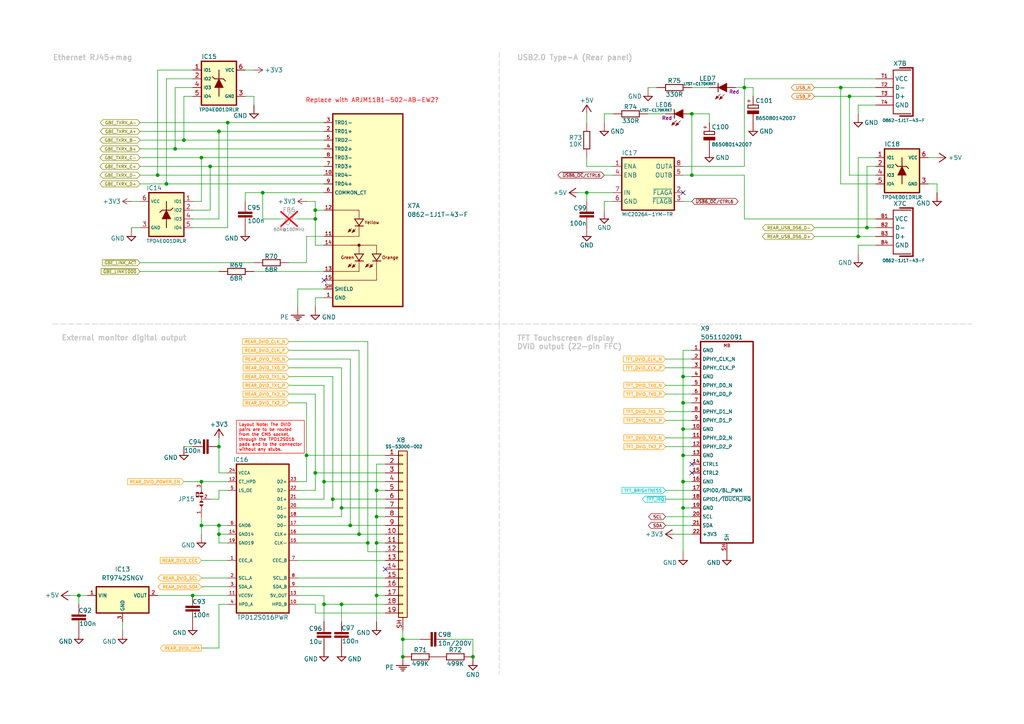
<source format=kicad_sch>
(kicad_sch (version 20250114) (generator "eeschema") (generator_version "9.0")
  (paper "A4")
  (title_block (title "${project_name}") (date "2025-10-15") (rev "${project_version}") (company "${project_creator}") (comment 1 "${project_license}") (comment 2 "${project_info}"))
  (text "Ethernet RJ45+mag" (at 15.24 17.78 0) (effects (font (size 1.524 1.524) (thickness 0.3048) (bold yes)) (justify left bottom)))
  (text "External monitor digital output" (at 17.78 99.06 0) (effects (font (size 1.524 1.524) (thickness 0.3048) (bold yes)) (justify left bottom)))
  (text "TFT Touchscreen display\nDVID output (22-pin FFC)" (at 149.86 101.6 0) (effects (font (size 1.524 1.524) (thickness 0.3048) (bold yes)) (justify left bottom)))
  (text "Replace with ARJM11B1-502-AB-EW2?" (at 107.95 29.21 0) (effects (font (size 1.27 1.27))))
  (text "USB2.0 Type-A (Rear panel)" (at 149.86 17.78 0) (effects (font (size 1.524 1.524) (thickness 0.3048) (bold yes)) (justify left bottom)))
  (text_box "Layout Note: The DVID pairs are to be routed from the CM5 socket, through the TPD12S016 pads and to the connector without any stubs." (at 68.58 121.92 0) (size 19.685 9.525) (margins 0.6668 0.6668 0.6668 0.6668) (stroke (width 0) (color 255 0 0 1)) (effects (font (size 0.889 0.889)) (justify left top)))
  (junction (at 109.22 172.72))
  (junction (at 251.46 66.04))
  (junction (at 99.06 147.32))
  (junction (at 101.6 152.4))
  (junction (at 93.98 139.7))
  (junction (at 58.42 139.7))
  (junction (at 104.14 154.94))
  (junction (at 48.26 53.34))
  (junction (at 63.5 129.54))
  (junction (at 91.44 63.5))
  (junction (at 109.22 149.86))
  (junction (at 63.5 152.4))
  (junction (at 246.38 27.94))
  (junction (at 66.04 35.56))
  (junction (at 198.12 124.46))
  (junction (at 198.12 147.32))
  (junction (at 53.34 40.64))
  (junction (at 91.44 60.96))
  (junction (at 58.42 152.4))
  (junction (at 50.8 43.18))
  (junction (at 76.2 55.88))
  (junction (at 200.66 50.8))
  (junction (at 198.12 139.7))
  (junction (at 137.16 190.5))
  (junction (at 60.96 48.26))
  (junction (at 106.68 157.48))
  (junction (at 215.9 25.4))
  (junction (at 109.22 142.24))
  (junction (at 200.66 33.02))
  (junction (at 58.42 45.72))
  (junction (at 63.5 154.94))
  (junction (at 170.18 55.88))
  (junction (at 88.9 132.08))
  (junction (at 116.84 190.5))
  (junction (at 116.84 185.42))
  (junction (at 55.88 172.72))
  (junction (at 198.12 132.08))
  (junction (at 22.86 172.72))
  (junction (at 93.98 175.26))
  (junction (at 243.84 25.4))
  (junction (at 63.5 38.1))
  (junction (at 45.72 50.8))
  (junction (at 109.22 157.48))
  (junction (at 99.06 175.26))
  (junction (at 248.92 68.58))
  (junction (at 91.44 137.16))
  (junction (at 198.12 116.84))
  (junction (at 96.52 144.78))
  (junction (at 198.12 109.22))
  (no_connect (at 198.12 55.88))
  (no_connect (at 200.66 137.16))
  (no_connect (at 93.98 81.28))
  (no_connect (at 200.66 134.62))
  (no_connect (at 111.76 165.1))
  (wire (pts (xy 195.58 154.94) (xy 200.66 154.94)))
  (wire (pts (xy 248.92 68.58) (xy 254 68.58)))
  (wire (pts (xy 175.26 58.42) (xy 175.26 60.96)))
  (wire (pts (xy 193.04 127) (xy 200.66 127)))
  (wire (pts (xy 109.22 172.72) (xy 109.22 180.34)))
  (wire (pts (xy 271.78 53.34) (xy 269.24 53.34)))
  (wire (pts (xy 193.04 142.24) (xy 200.66 142.24)))
  (wire (pts (xy 48.26 22.86) (xy 48.26 53.34)))
  (wire (pts (xy 198.12 50.8) (xy 200.66 50.8)))
  (wire (pts (xy 63.5 142.24) (xy 63.5 144.78)))
  (wire (pts (xy 187.96 33.02) (xy 193.04 33.02)))
  (wire (pts (xy 58.42 45.72) (xy 58.42 58.42)))
  (wire (pts (xy 236.22 25.4) (xy 243.84 25.4)))
  (wire (pts (xy 200.66 33.02) (xy 200.66 50.8)))
  (wire (pts (xy 53.34 27.94) (xy 55.88 27.94)))
  (wire (pts (xy 20.32 172.72) (xy 22.86 172.72)))
  (wire (pts (xy 198.12 109.22) (xy 200.66 109.22)))
  (wire (pts (xy 35.56 180.34) (xy 35.56 182.88)))
  (wire (pts (xy 170.18 33.02) (xy 170.18 35.56)))
  (wire (pts (xy 83.82 99.06) (xy 106.68 99.06)))
  (wire (pts (xy 55.88 58.42) (xy 58.42 58.42)))
  (wire (pts (xy 200.66 33.02) (xy 205.74 33.02)))
  (wire (pts (xy 271.78 45.72) (xy 269.24 45.72)))
  (wire (pts (xy 246.38 27.94) (xy 246.38 50.8)))
  (wire (pts (xy 73.66 27.94) (xy 73.66 30.48)))
  (wire (pts (xy 251.46 48.26) (xy 254 48.26)))
  (wire (pts (xy 86.36 170.18) (xy 111.76 170.18)))
  (wire (pts (xy 243.84 25.4) (xy 243.84 53.34)))
  (wire (pts (xy 63.5 129.54) (xy 63.5 137.16)))
  (wire (pts (xy 109.22 149.86) (xy 109.22 157.48)))
  (wire (pts (xy 99.06 175.26) (xy 111.76 175.26)))
  (wire (pts (xy 93.98 139.7) (xy 111.76 139.7)))
  (wire (pts (xy 193.04 106.68) (xy 200.66 106.68)))
  (wire (pts (xy 193.04 104.14) (xy 200.66 104.14)))
  (wire (pts (xy 198.12 132.08) (xy 198.12 139.7)))
  (wire (pts (xy 55.88 63.5) (xy 63.5 63.5)))
  (wire (pts (xy 53.34 129.54) (xy 55.88 129.54)))
  (wire (pts (xy 198.12 124.46) (xy 198.12 132.08)))
  (wire (pts (xy 86.36 83.82) (xy 93.98 83.82)))
  (wire (pts (xy 93.98 139.7) (xy 93.98 144.78)))
  (wire (pts (xy 83.82 101.6) (xy 104.14 101.6)))
  (wire (pts (xy 40.64 38.1) (xy 63.5 38.1)))
  (wire (pts (xy 248.92 71.12) (xy 254 71.12)))
  (wire (pts (xy 193.04 129.54) (xy 200.66 129.54)))
  (wire (pts (xy 96.52 144.78) (xy 96.52 147.32)))
  (wire (pts (xy 198.12 124.46) (xy 200.66 124.46)))
  (wire (pts (xy 86.36 152.4) (xy 101.6 152.4)))
  (wire (pts (xy 91.44 137.16) (xy 91.44 142.24)))
  (wire (pts (xy 73.66 76.2) (xy 40.64 76.2)))
  (wire (pts (xy 96.52 109.22) (xy 96.52 144.78)))
  (wire (pts (xy 58.42 139.7) (xy 66.04 139.7)))
  (wire (pts (xy 83.82 114.3) (xy 91.44 114.3)))
  (wire (pts (xy 200.66 58.42) (xy 198.12 58.42)))
  (wire (pts (xy 104.14 101.6) (xy 104.14 154.94)))
  (wire (pts (xy 175.26 50.8) (xy 177.8 50.8)))
  (wire (pts (xy 48.26 53.34) (xy 93.98 53.34)))
  (wire (pts (xy 63.5 154.94) (xy 66.04 154.94)))
  (wire (pts (xy 58.42 170.18) (xy 66.04 170.18)))
  (wire (pts (xy 215.9 25.4) (xy 215.9 48.26)))
  (wire (pts (xy 99.06 147.32) (xy 111.76 147.32)))
  (wire (pts (xy 175.26 33.02) (xy 177.8 33.02)))
  (wire (pts (xy 58.42 152.4) (xy 63.5 152.4)))
  (wire (pts (xy 63.5 127) (xy 63.5 129.54)))
  (wire (pts (xy 137.16 185.42) (xy 129.54 185.42)))
  (wire (pts (xy 167.64 55.88) (xy 170.18 55.88)))
  (wire (pts (xy 58.42 187.96) (xy 63.5 187.96)))
  (wire (pts (xy 109.22 142.24) (xy 111.76 142.24)))
  (wire (pts (xy 22.86 172.72) (xy 22.86 175.26)))
  (wire (pts (xy 193.04 121.92) (xy 200.66 121.92)))
  (wire (pts (xy 86.36 172.72) (xy 93.98 172.72)))
  (wire (pts (xy 53.34 40.64) (xy 93.98 40.64)))
  (wire (pts (xy 73.66 78.74) (xy 93.98 78.74)))
  (wire (pts (xy 71.12 55.88) (xy 71.12 58.42)))
  (wire (pts (xy 83.82 106.68) (xy 99.06 106.68)))
  (wire (pts (xy 50.8 25.4) (xy 55.88 25.4)))
  (wire (pts (xy 198.12 147.32) (xy 198.12 160.02)))
  (wire (pts (xy 38.1 58.42) (xy 40.64 58.42)))
  (wire (pts (xy 218.44 25.4) (xy 218.44 27.94)))
  (wire (pts (xy 137.16 185.42) (xy 137.16 190.5)) (stroke (width 0.1524)))
  (wire (pts (xy 91.44 86.36) (xy 91.44 88.9)))
  (wire (pts (xy 218.44 25.4) (xy 215.9 25.4)))
  (wire (pts (xy 66.04 35.56) (xy 66.04 66.04)))
  (wire (pts (xy 63.5 78.74) (xy 40.64 78.74)))
  (wire (pts (xy 91.44 58.42) (xy 91.44 60.96)))
  (wire (pts (xy 58.42 45.72) (xy 93.98 45.72)))
  (wire (pts (xy 86.36 142.24) (xy 91.44 142.24)))
  (wire (pts (xy 93.98 172.72) (xy 93.98 175.26)))
  (wire (pts (xy 246.38 27.94) (xy 254 27.94)))
  (wire (pts (xy 170.18 55.88) (xy 177.8 55.88)))
  (wire (pts (xy 215.9 50.8) (xy 215.9 63.5)))
  (wire (pts (xy 86.36 139.7) (xy 88.9 139.7)))
  (wire (pts (xy 63.5 38.1) (xy 63.5 63.5)))
  (wire (pts (xy 198.12 132.08) (xy 200.66 132.08)))
  (wire (pts (xy 63.5 144.78) (xy 60.96 144.78)))
  (wire (pts (xy 248.92 45.72) (xy 248.92 68.58)))
  (wire (pts (xy 91.44 177.8) (xy 111.76 177.8)))
  (wire (pts (xy 40.64 40.64) (xy 53.34 40.64)))
  (wire (pts (xy 58.42 152.4) (xy 58.42 154.94)))
  (wire (pts (xy 45.72 20.32) (xy 55.88 20.32)))
  (wire (pts (xy 248.92 71.12) (xy 248.92 73.66)))
  (wire (pts (xy 175.26 35.56) (xy 175.26 33.02)))
  (wire (pts (xy 93.98 175.26) (xy 93.98 180.34)))
  (wire (pts (xy 193.04 111.76) (xy 200.66 111.76)))
  (wire (pts (xy 193.04 114.3) (xy 200.66 114.3)))
  (wire (pts (xy 198.12 116.84) (xy 198.12 124.46)))
  (wire (pts (xy 215.9 63.5) (xy 254 63.5)))
  (wire (pts (xy 40.64 45.72) (xy 58.42 45.72)))
  (wire (pts (xy 198.12 109.22) (xy 198.12 116.84)))
  (wire (pts (xy 198.12 101.6) (xy 198.12 109.22)))
  (wire (pts (xy 22.86 172.72) (xy 25.4 172.72)))
  (wire (pts (xy 88.9 116.84) (xy 88.9 132.08)))
  (wire (pts (xy 53.34 27.94) (xy 53.34 40.64)))
  (wire (pts (xy 86.36 83.82) (xy 86.36 88.9)))
  (wire (pts (xy 251.46 66.04) (xy 254 66.04)))
  (wire (pts (xy 175.26 58.42) (xy 177.8 58.42)))
  (wire (pts (xy 45.72 50.8) (xy 93.98 50.8)))
  (wire (pts (xy 200.66 50.8) (xy 215.9 50.8)))
  (wire (pts (xy 248.92 30.48) (xy 248.92 33.02)))
  (wire (pts (xy 48.26 22.86) (xy 55.88 22.86)))
  (wire (pts (xy 40.64 48.26) (xy 60.96 48.26)))
  (wire (pts (xy 106.68 160.02) (xy 111.76 160.02)))
  (wire (pts (xy 243.84 53.34) (xy 254 53.34)))
  (wire (pts (xy 38.1 66.04) (xy 40.64 66.04)))
  (wire (pts (xy 109.22 157.48) (xy 111.76 157.48)))
  (wire (pts (xy 91.44 86.36) (xy 93.98 86.36)))
  (wire (pts (xy 83.82 109.22) (xy 96.52 109.22)))
  (wire (pts (xy 83.82 116.84) (xy 88.9 116.84)))
  (wire (pts (xy 71.12 55.88) (xy 76.2 55.88)))
  (wire (pts (xy 55.88 172.72) (xy 66.04 172.72)))
  (wire (pts (xy 193.04 119.38) (xy 200.66 119.38)))
  (wire (pts (xy 198.12 116.84) (xy 200.66 116.84)))
  (wire (pts (xy 109.22 172.72) (xy 111.76 172.72)))
  (wire (pts (xy 58.42 167.64) (xy 66.04 167.64)))
  (wire (pts (xy 76.2 55.88) (xy 76.2 63.5)))
  (wire (pts (xy 99.06 106.68) (xy 99.06 147.32)))
  (wire (pts (xy 116.84 185.42) (xy 121.92 185.42)))
  (wire (pts (xy 109.22 134.62) (xy 109.22 142.24)))
  (wire (pts (xy 116.84 185.42) (xy 116.84 182.88)))
  (wire (pts (xy 63.5 175.26) (xy 66.04 175.26)))
  (wire (pts (xy 86.36 162.56) (xy 111.76 162.56)))
  (wire (pts (xy 271.78 53.34) (xy 271.78 55.88)))
  (wire (pts (xy 109.22 134.62) (xy 111.76 134.62)))
  (wire (pts (xy 66.04 35.56) (xy 93.98 35.56)))
  (wire (pts (xy 91.44 175.26) (xy 91.44 177.8)))
  (wire (pts (xy 109.22 142.24) (xy 109.22 149.86)))
  (wire (pts (xy 198.12 147.32) (xy 200.66 147.32)))
  (wire (pts (xy 58.42 162.56) (xy 66.04 162.56)))
  (wire (pts (xy 246.38 50.8) (xy 254 50.8)))
  (wire (pts (xy 83.82 104.14) (xy 101.6 104.14)))
  (wire (pts (xy 170.18 55.88) (xy 170.18 58.42)))
  (wire (pts (xy 63.5 157.48) (xy 66.04 157.48)))
  (wire (pts (xy 91.44 114.3) (xy 91.44 137.16)))
  (wire (pts (xy 198.12 139.7) (xy 198.12 147.32)))
  (wire (pts (xy 248.92 45.72) (xy 254 45.72)))
  (wire (pts (xy 116.84 185.42) (xy 116.84 190.5)))
  (wire (pts (xy 63.5 142.24) (xy 66.04 142.24)))
  (polyline (pts (xy 15.24 93.98) (xy 177.8 93.98)) (stroke (width 0.1524) (type dash) (color 194 194 194 1)))
  (wire (pts (xy 93.98 111.76) (xy 93.98 139.7)))
  (wire (pts (xy 55.88 60.96) (xy 60.96 60.96)))
  (wire (pts (xy 236.22 27.94) (xy 246.38 27.94)))
  (wire (pts (xy 251.46 48.26) (xy 251.46 66.04)))
  (wire (pts (xy 45.72 172.72) (xy 55.88 172.72)))
  (wire (pts (xy 91.44 60.96) (xy 93.98 60.96)))
  (wire (pts (xy 83.82 111.76) (xy 93.98 111.76)))
  (wire (pts (xy 91.44 63.5) (xy 91.44 71.12)))
  (wire (pts (xy 205.74 33.02) (xy 205.74 35.56)))
  (wire (pts (xy 236.22 66.04) (xy 251.46 66.04)))
  (wire (pts (xy 170.18 45.72) (xy 170.18 48.26)))
  (wire (pts (xy 213.36 25.4) (xy 215.9 25.4)))
  (wire (pts (xy 109.22 149.86) (xy 111.76 149.86)))
  (wire (pts (xy 86.36 144.78) (xy 93.98 144.78)))
  (wire (pts (xy 193.04 144.78) (xy 200.66 144.78)))
  (wire (pts (xy 60.96 48.26) (xy 60.96 60.96)))
  (wire (pts (xy 88.9 68.58) (xy 93.98 68.58)))
  (wire (pts (xy 73.66 20.32) (xy 71.12 20.32)))
  (wire (pts (xy 236.22 68.58) (xy 248.92 68.58)))
  (wire (pts (xy 248.92 30.48) (xy 254 30.48)))
  (wire (pts (xy 193.04 152.4) (xy 200.66 152.4)))
  (wire (pts (xy 40.64 53.34) (xy 48.26 53.34)))
  (wire (pts (xy 91.44 137.16) (xy 111.76 137.16)))
  (wire (pts (xy 86.36 149.86) (xy 99.06 149.86)))
  (wire (pts (xy 88.9 132.08) (xy 88.9 139.7)))
  (wire (pts (xy 40.64 43.18) (xy 50.8 43.18)))
  (wire (pts (xy 73.66 27.94) (xy 71.12 27.94)))
  (wire (pts (xy 40.64 50.8) (xy 45.72 50.8)))
  (wire (pts (xy 198.12 101.6) (xy 200.66 101.6)))
  (wire (pts (xy 88.9 132.08) (xy 111.76 132.08)))
  (wire (pts (xy 86.36 157.48) (xy 106.68 157.48)))
  (wire (pts (xy 96.52 144.78) (xy 111.76 144.78)))
  (wire (pts (xy 170.18 48.26) (xy 177.8 48.26)))
  (wire (pts (xy 63.5 152.4) (xy 66.04 152.4)))
  (wire (pts (xy 88.9 76.2) (xy 83.82 76.2)))
  (wire (pts (xy 86.36 167.64) (xy 111.76 167.64)))
  (wire (pts (xy 99.06 175.26) (xy 99.06 180.34)))
  (wire (pts (xy 63.5 175.26) (xy 63.5 187.96)))
  (wire (pts (xy 50.8 43.18) (xy 93.98 43.18)))
  (wire (pts (xy 93.98 175.26) (xy 99.06 175.26)))
  (wire (pts (xy 215.9 22.86) (xy 215.9 25.4)))
  (wire (pts (xy 104.14 154.94) (xy 111.76 154.94)))
  (wire (pts (xy 91.44 60.96) (xy 91.44 63.5)))
  (wire (pts (xy 198.12 139.7) (xy 200.66 139.7)))
  (wire (pts (xy 86.36 154.94) (xy 104.14 154.94)))
  (wire (pts (xy 76.2 55.88) (xy 93.98 55.88)))
  (polyline (pts (xy 177.8 93.98) (xy 281.94 93.98)) (stroke (width 0.1524) (type dash) (color 194 194 194 1)))
  (wire (pts (xy 63.5 137.16) (xy 66.04 137.16)))
  (wire (pts (xy 63.5 154.94) (xy 63.5 157.48)))
  (wire (pts (xy 60.96 48.26) (xy 93.98 48.26)))
  (wire (pts (xy 109.22 157.48) (xy 109.22 172.72)))
  (wire (pts (xy 88.9 58.42) (xy 91.44 58.42)))
  (wire (pts (xy 88.9 68.58) (xy 88.9 76.2)))
  (wire (pts (xy 86.36 175.26) (xy 91.44 175.26)))
  (wire (pts (xy 53.34 139.7) (xy 58.42 139.7)))
  (wire (pts (xy 101.6 152.4) (xy 111.76 152.4)))
  (wire (pts (xy 193.04 149.86) (xy 200.66 149.86)))
  (wire (pts (xy 198.12 48.26) (xy 215.9 48.26)))
  (wire (pts (xy 101.6 104.14) (xy 101.6 152.4)))
  (wire (pts (xy 106.68 99.06) (xy 106.68 157.48)))
  (wire (pts (xy 190.5 25.4) (xy 187.96 25.4)))
  (wire (pts (xy 50.8 25.4) (xy 50.8 43.18)))
  (wire (pts (xy 63.5 38.1) (xy 93.98 38.1)))
  (wire (pts (xy 106.68 157.48) (xy 106.68 160.02)))
  (wire (pts (xy 76.2 63.5) (xy 81.28 63.5)))
  (wire (pts (xy 215.9 22.86) (xy 254 22.86)))
  (wire (pts (xy 40.64 35.56) (xy 66.04 35.56)))
  (wire (pts (xy 99.06 147.32) (xy 99.06 149.86)))
  (wire (pts (xy 58.42 149.86) (xy 58.42 152.4)))
  (polyline (pts (xy 144.78 15.24) (xy 144.78 93.98)) (stroke (width 0.1524) (type dash) (color 194 194 194 1)))
  (wire (pts (xy 45.72 20.32) (xy 45.72 50.8)))
  (wire (pts (xy 55.88 66.04) (xy 66.04 66.04)))
  (wire (pts (xy 63.5 152.4) (xy 63.5 154.94)))
  (wire (pts (xy 86.36 63.5) (xy 91.44 63.5)))
  (wire (pts (xy 200.66 25.4) (xy 205.74 25.4)))
  (polyline (pts (xy 144.78 93.98) (xy 144.78 195.58)) (stroke (width 0.1524) (type dash) (color 194 194 194 1)))
  (wire (pts (xy 91.44 71.12) (xy 93.98 71.12)))
  (wire (pts (xy 243.84 25.4) (xy 254 25.4)))
  (wire (pts (xy 86.36 147.32) (xy 96.52 147.32)))
  (global_label "REAR_USB_DS6_D+" (shape bidirectional) (at 236.22 68.58 180) (effects (font (size 0.889 0.889))) (property "Intersheetrefs" "${INTERSHEET_REFS}" (effects (hide yes))))
  (global_label "TFT_DVID_TX1_N" (shape input) (at 193.04 119.38 180) (effects (font (size 0.889 0.889))) (property "Intersheetrefs" "${INTERSHEET_REFS}" (effects (hide yes))))
  (global_label "~{GBE_LINK_ACT}" (shape input) (at 40.64 76.2 180) (effects (font (size 0.889 0.889))) (property "Intersheetrefs" "${INTERSHEET_REFS}" (effects (hide yes))))
  (global_label "SDA" (shape bidirectional) (at 193.04 152.4 180) (effects (font (size 0.889 0.889))) (property "Intersheetrefs" "${INTERSHEET_REFS}" (effects (hide yes))))
  (global_label "REAR_DVID_POWER_EN" (shape input) (at 53.34 139.7 180) (effects (font (size 0.889 0.889))) (property "Intersheetrefs" "${INTERSHEET_REFS}" (effects (hide yes))))
  (global_label "~{GBE_LINK1000}" (shape input) (at 40.64 78.74 180) (effects (font (size 0.889 0.889))) (property "Intersheetrefs" "${INTERSHEET_REFS}" (effects (hide yes))))
  (global_label "REAR_DVID_TX2_N" (shape input) (at 83.82 114.3 180) (effects (font (size 0.889 0.889))) (property "Intersheetrefs" "${INTERSHEET_REFS}" (effects (hide yes))))
  (global_label "TFT_DVID_CLK_N" (shape input) (at 193.04 104.14 180) (effects (font (size 0.889 0.889))) (property "Intersheetrefs" "${INTERSHEET_REFS}" (effects (hide yes))))
  (global_label "USB_P" (shape bidirectional) (at 236.22 27.94 180) (effects (font (size 0.889 0.889))) (property "Intersheetrefs" "${INTERSHEET_REFS}" (effects (hide yes))))
  (global_label "GBE_TXRX_C-" (shape bidirectional) (at 40.64 45.72 180) (effects (font (size 0.889 0.889))) (property "Intersheetrefs" "${INTERSHEET_REFS}" (effects (hide yes))))
  (global_label "REAR_DVID_SDA" (shape bidirectional) (at 58.42 170.18 180) (effects (font (size 0.889 0.889))) (property "Intersheetrefs" "${INTERSHEET_REFS}" (effects (hide yes))))
  (global_label "REAR_DVID_CLK_P" (shape input) (at 83.82 101.6 180) (effects (font (size 0.889 0.889))) (property "Intersheetrefs" "${INTERSHEET_REFS}" (effects (hide yes))))
  (global_label "REAR_DVID_TX2_P" (shape input) (at 83.82 116.84 180) (effects (font (size 0.889 0.889))) (property "Intersheetrefs" "${INTERSHEET_REFS}" (effects (hide yes))))
  (global_label "TFT_DVID_TX2_N" (shape input) (at 193.04 127 180) (effects (font (size 0.889 0.889))) (property "Intersheetrefs" "${INTERSHEET_REFS}" (effects (hide yes))))
  (global_label "~{USB6_OC}{slash}CTRL6" (shape bidirectional) (at 200.66 58.42 0) (effects (font (size 0.889 0.889))) (property "Intersheetrefs" "${INTERSHEET_REFS}" (effects (hide yes))))
  (global_label "~{USB6_OC}{slash}CTRL6" (shape bidirectional) (at 175.26 50.8 180) (effects (font (size 0.889 0.889))) (property "Intersheetrefs" "${INTERSHEET_REFS}" (effects (hide yes))))
  (global_label "GBE_TXRX_D+" (shape bidirectional) (at 40.64 53.34 180) (effects (font (size 0.889 0.889))) (property "Intersheetrefs" "${INTERSHEET_REFS}" (effects (hide yes))))
  (global_label "TFT_BRIGHTNESS" (shape input) (at 193.04 142.24 180) (effects (font (size 0.889 0.889))) (property "Intersheetrefs" "${INTERSHEET_REFS}" (effects (hide yes))))
  (global_label "REAR_DVID_TX0_N" (shape input) (at 83.82 104.14 180) (effects (font (size 0.889 0.889))) (property "Intersheetrefs" "${INTERSHEET_REFS}" (effects (hide yes))))
  (global_label "REAR_DVID_HPA" (shape output) (at 58.42 187.96 180) (effects (font (size 0.889 0.889))) (property "Intersheetrefs" "${INTERSHEET_REFS}" (effects (hide yes))))
  (global_label "REAR_DVID_TX0_P" (shape input) (at 83.82 106.68 180) (effects (font (size 0.889 0.889))) (property "Intersheetrefs" "${INTERSHEET_REFS}" (effects (hide yes))))
  (global_label "REAR_DVID_TX1_N" (shape input) (at 83.82 109.22 180) (effects (font (size 0.889 0.889))) (property "Intersheetrefs" "${INTERSHEET_REFS}" (effects (hide yes))))
  (global_label "GBE_TXRX_D-" (shape bidirectional) (at 40.64 50.8 180) (effects (font (size 0.889 0.889))) (property "Intersheetrefs" "${INTERSHEET_REFS}" (effects (hide yes))))
  (global_label "TFT_DVID_TX0_N" (shape input) (at 193.04 111.76 180) (effects (font (size 0.889 0.889))) (property "Intersheetrefs" "${INTERSHEET_REFS}" (effects (hide yes))))
  (global_label "GBE_TXRX_A-" (shape bidirectional) (at 40.64 35.56 180) (effects (font (size 0.889 0.889))) (property "Intersheetrefs" "${INTERSHEET_REFS}" (effects (hide yes))))
  (global_label "TFT_DVID_TX2_P" (shape input) (at 193.04 129.54 180) (effects (font (size 0.889 0.889))) (property "Intersheetrefs" "${INTERSHEET_REFS}" (effects (hide yes))))
  (global_label "REAR_DVID_CEC" (shape input) (at 58.42 162.56 180) (effects (font (size 0.889 0.889))) (property "Intersheetrefs" "${INTERSHEET_REFS}" (effects (hide yes))))
  (global_label "GBE_TXRX_B+" (shape bidirectional) (at 40.64 43.18 180) (effects (font (size 0.889 0.889))) (property "Intersheetrefs" "${INTERSHEET_REFS}" (effects (hide yes))))
  (global_label "TFT_DVID_CLK_P" (shape input) (at 193.04 106.68 180) (effects (font (size 0.889 0.889))) (property "Intersheetrefs" "${INTERSHEET_REFS}" (effects (hide yes))))
  (global_label "TFT_DVID_TX1_P" (shape input) (at 193.04 121.92 180) (effects (font (size 0.889 0.889))) (property "Intersheetrefs" "${INTERSHEET_REFS}" (effects (hide yes))))
  (global_label "REAR_DVID_SCL" (shape bidirectional) (at 58.42 167.64 180) (effects (font (size 0.889 0.889))) (property "Intersheetrefs" "${INTERSHEET_REFS}" (effects (hide yes))))
  (global_label "GBE_TXRX_C+" (shape bidirectional) (at 40.64 48.26 180) (effects (font (size 0.889 0.889))) (property "Intersheetrefs" "${INTERSHEET_REFS}" (effects (hide yes))))
  (global_label "GBE_TXRX_A+" (shape bidirectional) (at 40.64 38.1 180) (effects (font (size 0.889 0.889))) (property "Intersheetrefs" "${INTERSHEET_REFS}" (effects (hide yes))))
  (global_label "USB_N" (shape bidirectional) (at 236.22 25.4 180) (effects (font (size 0.889 0.889))) (property "Intersheetrefs" "${INTERSHEET_REFS}" (effects (hide yes))))
  (global_label "SCL" (shape bidirectional) (at 193.04 149.86 180) (effects (font (size 0.889 0.889))) (property "Intersheetrefs" "${INTERSHEET_REFS}" (effects (hide yes))))
  (global_label "REAR_DVID_TX1_P" (shape input) (at 83.82 111.76 180) (effects (font (size 0.889 0.889))) (property "Intersheetrefs" "${INTERSHEET_REFS}" (effects (hide yes))))
  (global_label "GBE_TXRX_B-" (shape bidirectional) (at 40.64 40.64 180) (effects (font (size 0.889 0.889))) (property "Intersheetrefs" "${INTERSHEET_REFS}" (effects (hide yes))))
  (global_label "REAR_USB_DS6_D-" (shape bidirectional) (at 236.22 66.04 180) (effects (font (size 0.889 0.889))) (property "Intersheetrefs" "${INTERSHEET_REFS}" (effects (hide yes))))
  (global_label "REAR_DVID_CLK_N" (shape input) (at 83.82 99.06 180) (effects (font (size 0.889 0.889))) (property "Intersheetrefs" "${INTERSHEET_REFS}" (effects (hide yes))))
  (global_label "~{TFT_IRQ}" (shape output) (at 193.04 144.78 180) (effects (font (size 0.889 0.889))) (property "Intersheetrefs" "${INTERSHEET_REFS}" (effects (hide yes))))
  (global_label "TFT_DVID_TX0_P" (shape input) (at 193.04 114.3 180) (effects (font (size 0.889 0.889))) (property "Intersheetrefs" "${INTERSHEET_REFS}" (effects (hide yes))))
  (symbol (lib_id "PCM_EEZ_passives:R-EU") (at 195.58 25.4 90) (unit 1)
    (property "Reference" "R75" (at 195.58 24.13 90) (effects (justify top)))
    (property "Value" "330R" (at 195.58 26.67 90) (effects (justify bottom)))
    (property "Footprint" "PCM_EEZ_passives:R_0603_1608Metric" (effects (hide yes)))
    (property "DigiKey" "311-330HRCT-ND" (effects (hide yes)))
    (property "Mouser" "603-RC0603FR-07330RL" (effects (hide yes)))
    (property "TME" "SMD0603-330R-1%" (effects (hide yes)))
    (property "LCSC" "C105881" (effects (hide yes)))
  )
  (symbol (lib_id "PCM_EEZ_symbols:GND") (at 71.12 68.58 0) (unit 1)
    (property "Reference" "#SUPPLY059" (effects (hide yes)))
    (property "Value" "GND" (at 69.215 69.85 0) (effects (justify right bottom)))
  )
  (symbol (lib_id "PCM_EEZ_microchip:MIC2026A-1") (at 177.8 48.26 0) (unit 1)
    (property "Reference" "IC17" (at 180.34 45.085 0) (effects (justify left bottom)))
    (property "Value" "MIC2026A-1YM-TR" (at 180.34 61.595 0) (effects (font (size 1.016 1.016)) (justify left top)))
    (property "Footprint" "PCM_EEZ_SMD:SOIC127P600X173-8N" (effects (hide yes)))
    (property "Description" "Dual-Channel Power Distribution Switch 0.5A" (effects (hide yes)))
    (property "Mouser" "998-MIC2026A-1YMTR" (effects (hide yes)))
    (property "DigiKey" "576-3733-5-ND" (effects (hide yes)))
    (property "TME" "MIC2026A-1YM" (effects (hide yes)))
    (property "LCSC" "C627741" (effects (hide yes)))
  )
  (symbol (lib_id "PCM_EEZ_symbols:GND") (at 175.26 38.1 0) (unit 1)
    (property "Reference" "#GND022" (effects (hide yes)))
    (property "Value" "GND" (at 179.07 38.1 0))
  )
  (symbol (lib_id "PCM_EEZ_symbols:+3V3") (at 193.04 154.94 90) (mirror x) (unit 1)
    (property "Reference" "#+3V027" (effects (hide yes)))
    (property "Value" "+3V3" (at 192.405 154.94 90) (effects (justify left)))
  )
  (symbol (lib_id "PCM_EEZ_symbols:GND") (at 53.34 132.08 0) (mirror y) (unit 1)
    (property "Reference" "#GND014" (effects (hide yes)))
    (property "Value" "GND" (at 49.53 132.715 0))
  )
  (symbol (lib_id "PCM_EEZ_connectors:22-pin FFC DVID (MB)") (at 200.66 101.6 0) (unit 1)
    (property "Reference" "X9" (at 203.2 95.25 0) (effects (justify left)))
    (property "Value" "5051102091" (at 203.2 97.79 0) (effects (justify left)))
    (property "Footprint" "PCM_EEZ_connectors:5051102291" (effects (hide yes)))
    (property "DigiKey" "WM11288CT-ND" (effects (hide yes)))
    (property "Mouser" "538-505110-2291" (effects (hide yes)))
    (property "TME" "5051102291-MOL" (effects (hide yes)))
    (property "LCSC" "C3168367" (effects (hide yes)))
    (property "Label" "TFT DVID" (effects (hide yes)))
  )
  (symbol (lib_id "PCM_EEZ_symbols:GND") (at 93.98 190.5 0) (mirror y) (unit 1)
    (property "Reference" "#GND017" (effects (hide yes)))
    (property "Value" "GND" (at 90.17 191.135 0))
  )
  (symbol (lib_id "PCM_EEZ_passives:C-EU") (at 60.96 129.54 270) (unit 1)
    (property "Reference" "C94" (at 54.61 128.905 90) (effects (justify left bottom)))
    (property "Value" "100n" (at 53.34 131.445 90) (effects (justify left bottom)))
    (property "Footprint" "PCM_EEZ_passives:C_0603_1608Metric" (effects (hide yes)))
    (property "DigiKey" "490-4774-1-ND" (effects (hide yes)))
    (property "Mouser" "80-C0603C104M4R" (effects (hide yes)))
    (property "TME" "CL10B104KA8NNNC" (effects (hide yes)))
    (property "LCSC" "C1590" (effects (hide yes)))
  )
  (symbol (lib_id "PCM_EEZ_passives:R-EU") (at 182.88 33.02 90) (unit 1)
    (property "Reference" "R74" (at 182.88 31.75 90) (effects (justify top)))
    (property "Value" "330R" (at 182.88 34.29 90) (effects (justify bottom)))
    (property "Footprint" "PCM_EEZ_passives:R_0603_1608Metric" (effects (hide yes)))
    (property "DigiKey" "311-330HRCT-ND" (effects (hide yes)))
    (property "Mouser" "603-RC0603FR-07330RL" (effects (hide yes)))
    (property "TME" "SMD0603-330R-1%" (effects (hide yes)))
    (property "LCSC" "C105881" (effects (hide yes)))
  )
  (symbol (lib_id "PCM_EEZ_symbols:GND") (at 218.44 38.1 0) (unit 1)
    (property "Reference" "#GND028" (effects (hide yes)))
    (property "Value" "GND" (at 222.25 38.1 0))
  )
  (symbol (lib_id "PCM_EEZ_passives:ECAP") (at 205.74 38.1 0) (unit 1)
    (property "Reference" "C100" (at 206.375 36.83 0) (effects (justify left)))
    (property "Value" "865080142007" (at 206.375 41.91 0) (effects (font (size 1.016 1.016)) (justify left)))
    (property "Footprint" "PCM_EEZ_passives:CAP-ASLI_5X5.5_DXL_" (effects (hide yes)))
    (property "DigiKey" "732-8472-1-ND" (effects (hide yes)))
    (property "Mouser" "710-865080142007" (effects (hide yes)))
    (property "TME" "EEEHA0J101WR" (effects (hide yes)))
    (property "LCSC" "-" (effects (hide yes)))
  )
  (symbol (lib_id "PCM_EEZ_TI:TPD4E001DRLR") (at 63.5 22.86 0) (unit 1)
    (property "Reference" "IC15" (at 58.42 17.145 0) (effects (justify left bottom)))
    (property "Value" "TPD4E001DRLR" (at 63.5 32.385 0) (effects (font (size 1.016 1.016)) (justify bottom)))
    (property "Footprint" "PCM_EEZ_SMD:DRL6" (effects (hide yes)))
    (property "Description" "Quad 1.5 pF, 5.5 V, ±8 kV ESD protection diode with 1 nA max leakage & Vcc pin for USB 2.0" (effects (hide yes)))
    (property "DigiKey" "296-21887-1-ND" (effects (hide yes)))
    (property "Mouser" "595-TPD4E001DRLR" (effects (hide yes)))
    (property "TME" "TPD4E001DRLR" (effects (hide yes)))
    (property "LCSC" "C527516" (effects (hide yes)))
  )
  (symbol (lib_id "PCM_EEZ_symbols:GND") (at 198.12 162.56 0) (mirror y) (unit 1)
    (property "Reference" "#GND025" (effects (hide yes)))
    (property "Value" "GND" (at 194.31 163.195 0))
  )
  (symbol (lib_id "PCM_EEZ_symbols:GND") (at 38.1 68.58 0) (unit 1)
    (property "Reference" "#SUPPLY058" (effects (hide yes)))
    (property "Value" "GND" (at 36.195 69.85 0) (effects (justify right bottom)))
  )
  (symbol (lib_id "PCM_Intergalaktik:Conn_01x19_SH") (at 116.84 154.94 0) (unit 1)
    (property "Reference" "X8" (at 114.935 127.635 0) (effects (justify left)))
    (property "Value" "SS-53000-002" (at 111.76 129.54 0) (effects (font (size 0.889 0.889)) (justify left)))
    (property "Footprint" "PCM_EEZ_connectors:2086588121" (effects (hide yes)))
    (property "Description" "Generic connector, single row, 01x19, shielded" (effects (hide yes)))
    (property "DigiKey" "380-SS-53000-002-ND" (effects (hide yes)))
    (property "Mouser" " 530-SS-53000-002" (effects (hide yes)))
    (property "TME" "-" (effects (hide yes)))
    (property "LCSC" "C6301913" (effects (hide yes)))
    (property "Label" "Ext DVID" (effects (hide yes)))
  )
  (symbol (lib_id "PCM_EEZ_ICs:RT9742SNGV") (at 25.4 172.72 0) (unit 1)
    (property "Reference" "IC13" (at 35.56 165.1 0))
    (property "Value" "RT9742SNGV" (at 35.56 167.64 0))
    (property "Footprint" "PCM_EEZ_SMD:SOT23-3" (effects (hide yes)))
    (property "Description" "0.5A High-Side Power Switch" (effects (hide yes)))
    (property "DigiKey" "1028-RT9742SNGVCT-ND" (effects (hide yes)))
    (property "Mouser" "835-RT9742SNGV" (effects (hide yes)))
    (property "TME" "-" (effects (hide yes)))
    (property "LCSC" "C3235509" (effects (hide yes)))
  )
  (symbol (lib_name "R-EU_3") (lib_id "PCM_EEZ_passives:R-EU") (at 170.18 40.64 180) (unit 1)
    (property "Reference" "R73" (at 168.91 40.64 0) (effects (justify left top)))
    (property "Value" "10K" (at 168.91 42.545 0) (effects (justify left top)))
    (property "Footprint" "PCM_EEZ_passives:R_0603_1608Metric" (effects (hide yes)))
    (property "DigiKey" "1712-CRGH0603F10KCT-ND" (effects (hide yes)))
    (property "Mouser" "756-WCR0603-10KFI" (effects (hide yes)))
    (property "TME" "SMD0603-10K-1%" (effects (hide yes)))
    (property "LCSC" "C98220" (effects (hide yes)))
  )
  (symbol (lib_id "PCM_EEZ_passives:L_Ferrite Bead") (at 83.82 63.5 270) (unit 1) (dnp yes)
    (property "Reference" "FB6" (at 83.82 61.595 90) (effects (justify bottom)))
    (property "Value" "60R@100MHz" (at 83.82 66.04 90) (effects (font (size 0.889 0.889)) (justify top)))
    (property "Footprint" "PCM_EEZ_passives:BEAD0603" (effects (hide yes)))
    (property "Description" "Ferrite bead" (effects (hide yes)))
    (property "DigiKey" "490-7809-1-ND" (effects (hide yes)))
    (property "Mouser" "81-BLM18AG102SH1D" (effects (hide yes)))
    (property "TME" "BLM18AG102SH1D" (effects (hide yes)))
    (property "LCSC" "C337877" (effects (hide yes)))
  )
  (symbol (lib_id "PCM_EEZ_discretes:DIODE_LED") (at 208.28 25.4 270) (mirror x) (unit 1)
    (property "Reference" "LED7" (at 207.645 23.495 90) (effects (justify right top)))
    (property "Value" "LTST-C170KRKT" (at 207.645 24.765 90) (effects (font (size 0.762 0.762)) (justify right top)))
    (property "Footprint" "PCM_EEZ_SMD:LED_LTST-C170KGKT_LTO-L" (effects (hide yes)))
    (property "DigiKey" "160-1415-1-ND" (effects (hide yes)))
    (property "Mouser" "859-LTST-C170KRKT" (effects (hide yes)))
    (property "TME" "LTST-C170KRKT" (effects (hide yes)))
    (property "LCSC" "C94868" (effects (hide yes)))
    (property "Label" "Red" (at 211.455 26.035 90) (effects (font (size 1.016 1.016)) (justify left bottom)))
  )
  (symbol (lib_id "PCM_EEZ_symbols:GND") (at 170.18 68.58 0) (mirror y) (unit 1)
    (property "Reference" "#GND021" (effects (hide yes)))
    (property "Value" "GND" (at 170.18 71.12 0))
  )
  (symbol (lib_id "PCM_EEZ_passives:C-EU") (at 22.86 177.8 0) (mirror y) (unit 1)
    (property "Reference" "C92" (at 26.67 177.8 0) (effects (justify left bottom)))
    (property "Value" "100n" (at 27.94 181.61 0) (effects (justify left bottom)))
    (property "Footprint" "PCM_EEZ_passives:C_0603_1608Metric" (effects (hide yes)))
    (property "DigiKey" "490-4774-1-ND" (effects (hide yes)))
    (property "Mouser" "80-C0603C104M4R" (effects (hide yes)))
    (property "TME" "CL10B104KA8NNNC" (effects (hide yes)))
    (property "LCSC" "C1590" (effects (hide yes)))
  )
  (symbol (lib_id "PCM_EEZ_passives:R-EU") (at 132.08 190.5 90) (mirror x) (unit 1)
    (property "Reference" "R72" (at 132.08 189.23 90) (effects (justify bottom)))
    (property "Value" "499K" (at 132.08 191.77 90) (effects (justify top)))
    (property "Footprint" "PCM_EEZ_passives:R_0603_1608Metric" (effects (hide yes)))
    (property "TME" "SMD0603-499K-1%" (effects (hide yes)))
  )
  (symbol (lib_id "PCM_EEZ_symbols:GND") (at 271.78 58.42 0) (unit 1)
    (property "Reference" "#SUPPLY062" (effects (hide yes)))
    (property "Value" "GND" (at 269.875 59.69 0) (effects (justify right bottom)))
  )
  (symbol (lib_id "PCM_EEZ_TI:TPD12S016PWR") (at 66.04 137.16 0) (unit 1)
    (property "Reference" "IC16" (at 69.85 133.35 0))
    (property "Value" "TPD12S016PWR" (at 76.2 179.07 0))
    (property "Footprint" "PCM_EEZ_SMD:PW24" (effects (hide yes)))
    (property "Description" "HDMI Companion with I2C Level Shifting Buffer,  12-Ch ESD Protection, and Current-Limit Load Switch" (effects (hide yes)))
    (property "DigiKey" "296-29690-1-ND" (effects (hide yes)))
    (property "Mouser" "595-TPD12S016PWR" (effects (hide yes)))
    (property "TME" "-" (effects (hide yes)))
    (property "LCSC" "C201665" (effects (hide yes)))
  )
  (symbol (lib_name "R-EU_5") (lib_id "PCM_EEZ_passives:R-EU") (at 68.58 78.74 90) (mirror x) (unit 1)
    (property "Reference" "R69" (at 70.485 76.2 90) (effects (justify left top)))
    (property "Value" "68R" (at 70.485 80.01 90) (effects (justify left top)))
    (property "Footprint" "PCM_EEZ_passives:R_0603_1608Metric" (effects (hide yes)))
    (property "TME" "SMD0603-68R-1%" (effects (hide yes)))
  )
  (symbol (lib_id "PCM_EEZ_symbols:GND") (at 187.96 27.94 0) (mirror y) (unit 1)
    (property "Reference" "#GND024" (effects (hide yes)))
    (property "Value" "GND" (at 184.15 27.94 0))
  )
  (symbol (lib_id "PCM_EEZ_connectors:0862-1J1T-43-F") (at 254 63.5 0) (unit 3)
    (property "Reference" "X7" (at 259.08 59.055 0) (effects (justify left)))
    (property "Value" "0862-1J1T-43-F" (at 255.905 75.565 0) (effects (font (size 0.889 0.889)) (justify left)))
    (property "Footprint" "PCM_EEZ_connectors:0862-1J1T-43-F" (effects (hide yes)))
    (property "Description" "Ethernet RJ-45 + USB Type-A x 2" (effects (hide yes)))
    (property "DigiKey" "5923-0862-1J1T-43-F-ND" (effects (hide yes)))
    (property "LCSC" "C5862718" (effects (hide yes)))
    (property "Mouser" "530-0862-1J1T-43-F " (effects (hide yes)))
    (property "TME" "0862-1J1T-43-F" (effects (hide yes)))
  )
  (symbol (lib_id "PCM_EEZ_passives:C-EU") (at 93.98 185.42 0) (mirror x) (unit 1)
    (property "Reference" "C96" (at 93.472 183.0324 0) (effects (justify right top)))
    (property "Value" "10u" (at 93.472 186.8424 0) (effects (justify right top)))
    (property "Footprint" "PCM_EEZ_passives:C_0805_2012Metric" (effects (hide yes)))
    (property "DigiKey" "1276-1052-6-ND" (effects (hide yes)))
    (property "Mouser" "187-CL21A106KPFNNNE" (effects (hide yes)))
    (property "TME" "CL21A106KPFNNNE" (effects (hide yes)))
    (property "LCSC" "C17024" (effects (hide yes)))
  )
  (symbol (lib_id "PCM_EEZ_symbols:GND") (at 91.44 91.44 0) (mirror y) (unit 1)
    (property "Reference" "#SUPPLY061" (effects (hide yes)))
    (property "Value" "GND" (at 93.345 92.71 0) (effects (justify right bottom)))
  )
  (symbol (lib_id "power:+3V3") (at 88.9 58.42 90) (mirror x) (unit 1)
    (property "Reference" "#PWR034" (effects (hide yes)))
    (property "Value" "+3V3" (at 83.185 58.42 90))
    (property "Description" "Power symbol creates a global label with name \"+3V3\"" (effects (hide yes)))
  )
  (symbol (lib_id "PCM_EEZ_TI:TPD4E001DRLR") (at 261.62 48.26 0) (unit 1)
    (property "Reference" "IC18" (at 256.54 42.545 0) (effects (justify left bottom)))
    (property "Value" "TPD4E001DRLR" (at 261.62 57.785 0) (effects (font (size 1.016 1.016)) (justify bottom)))
    (property "Footprint" "PCM_EEZ_SMD:DRL6" (effects (hide yes)))
    (property "Description" "Quad 1.5 pF, 5.5 V, ±8 kV ESD protection diode with 1 nA max leakage & Vcc pin for USB 2.0" (effects (hide yes)))
    (property "DigiKey" "296-21887-1-ND" (effects (hide yes)))
    (property "Mouser" "595-TPD4E001DRLR" (effects (hide yes)))
    (property "TME" "TPD4E001DRLR" (effects (hide yes)))
    (property "LCSC" "C527516" (effects (hide yes)))
  )
  (symbol (lib_id "power:+3V3") (at 38.1 58.42 90) (mirror x) (unit 1)
    (property "Reference" "#PWR032" (effects (hide yes)))
    (property "Value" "+3V3" (at 32.385 58.42 90))
    (property "Description" "Power symbol creates a global label with name \"+3V3\"" (effects (hide yes)))
  )
  (symbol (lib_id "PCM_EEZ_symbols:GND") (at 210.82 162.56 0) (mirror y) (unit 1)
    (property "Reference" "#GND027" (effects (hide yes)))
    (property "Value" "GND" (at 207.01 163.195 0))
  )
  (symbol (lib_id "PCM_EEZ_symbols:PE") (at 116.84 193.04 0) (mirror y) (unit 1)
    (property "Reference" "#PE06" (effects (hide yes)))
    (property "Value" "PE" (at 114.3 194.31 0) (effects (justify left bottom)))
  )
  (symbol (lib_id "power:+3V3") (at 73.66 20.32 270) (unit 1)
    (property "Reference" "#PWR033" (effects (hide yes)))
    (property "Value" "+3V3" (at 79.375 20.32 90))
    (property "Description" "Power symbol creates a global label with name \"+3V3\"" (effects (hide yes)))
  )
  (symbol (lib_id "PCM_EEZ_symbols:+5V") (at 17.78 172.72 90) (mirror x) (unit 1)
    (property "Reference" "#P+02" (effects (hide yes)))
    (property "Value" "+5V" (at 17.145 173.355 90) (effects (justify left bottom)))
  )
  (symbol (lib_id "PCM_EEZ_symbols:GND") (at 175.26 63.5 0) (mirror y) (unit 1)
    (property "Reference" "#GND023" (effects (hide yes)))
    (property "Value" "GND" (at 175.26 66.04 0))
  )
  (symbol (lib_id "PCM_EEZ_passives:C-EU") (at 99.06 182.88 0) (mirror y) (unit 1)
    (property "Reference" "C97" (at 102.87 182.88 0) (effects (justify left bottom)))
    (property "Value" "100n" (at 104.14 186.69 0) (effects (justify left bottom)))
    (property "Footprint" "PCM_EEZ_passives:C_0603_1608Metric" (effects (hide yes)))
    (property "DigiKey" "490-4774-1-ND" (effects (hide yes)))
    (property "Mouser" "80-C0603C104M4R" (effects (hide yes)))
    (property "TME" "CL10B104KA8NNNC" (effects (hide yes)))
    (property "LCSC" "C1590" (effects (hide yes)))
  )
  (symbol (lib_id "PCM_EEZ_symbols:GND") (at 109.22 182.88 0) (unit 1)
    (property "Reference" "#GND019" (effects (hide yes)))
    (property "Value" "GND" (at 105.41 183.515 0))
  )
  (symbol (lib_id "PCM_EEZ_symbols:+3V3") (at 63.5 124.46 0) (mirror y) (unit 1)
    (property "Reference" "#+3V026" (effects (hide yes)))
    (property "Value" "+3V3" (at 63.5 123.825 0) (effects (justify bottom)))
  )
  (symbol (lib_id "PCM_EEZ_passives:C-EU") (at 55.88 175.26 0) (mirror y) (unit 1)
    (property "Reference" "C93" (at 59.69 175.26 0) (effects (justify left bottom)))
    (property "Value" "100n" (at 60.96 179.07 0) (effects (justify left bottom)))
    (property "Footprint" "PCM_EEZ_passives:C_0603_1608Metric" (effects (hide yes)))
    (property "DigiKey" "490-4774-1-ND" (effects (hide yes)))
    (property "Mouser" "80-C0603C104M4R" (effects (hide yes)))
    (property "TME" "CL10B104KA8NNNC" (effects (hide yes)))
    (property "LCSC" "C1590" (effects (hide yes)))
  )
  (symbol (lib_id "PCM_EEZ_passives:C-EU") (at 71.12 60.96 0) (unit 1)
    (property "Reference" "C95" (at 75.565 60.96 0) (effects (justify right bottom)))
    (property "Value" "100n" (at 71.755 64.77 0) (effects (justify left bottom)))
    (property "Footprint" "PCM_EEZ_passives:C_0603_1608Metric" (effects (hide yes)))
    (property "DigiKey" "490-4774-1-ND" (effects (hide yes)))
    (property "Mouser" "80-C0603C104M4R" (effects (hide yes)))
    (property "TME" "CL10B104KA8NNNC" (effects (hide yes)))
    (property "LCSC" "C1590" (effects (hide yes)))
  )
  (symbol (lib_id "PCM_EEZ_connectors:0862-1J1T-43-F") (at 93.98 35.56 0) (unit 1)
    (property "Reference" "X7" (at 118.11 59.6899 0) (effects (justify left)))
    (property "Value" "0862-1J1T-43-F" (at 118.11 62.2299 0) (effects (justify left)))
    (property "Footprint" "PCM_EEZ_connectors:0862-1J1T-43-F" (effects (hide yes)))
    (property "Description" "Ethernet RJ-45 + USB Type-A x 2" (effects (hide yes)))
    (property "DigiKey" "5923-0862-1J1T-43-F-ND" (effects (hide yes)))
    (property "LCSC" "C5862718" (effects (hide yes)))
    (property "Mouser" "530-0862-1J1T-43-F " (effects (hide yes)))
    (property "TME" "0862-1J1T-43-F" (effects (hide yes)))
  )
  (symbol (lib_id "PCM_EEZ_passives:R-EU") (at 121.92 190.5 90) (mirror x) (unit 1)
    (property "Reference" "R71" (at 121.92 189.23 90) (effects (justify bottom)))
    (property "Value" "499K" (at 121.92 191.77 90) (effects (justify top)))
    (property "Footprint" "PCM_EEZ_passives:R_0603_1608Metric" (effects (hide yes)))
    (property "TME" "SMD0603-499K-1%" (effects (hide yes)))
  )
  (symbol (lib_id "PCM_EEZ_unsorted:JP3 shorted with 0R (2-3)") (at 58.42 144.78 90) (unit 1) (in_bom no)
    (property "Reference" "JP15" (at 56.515 145.415 90) (effects (justify left top)))
    (property "Footprint" "PCM_EEZ_SMD:JP3 shorted with 0R (0603) 2-3" (effects (hide yes)))
  )
  (symbol (lib_id "PCM_EEZ_symbols:GND") (at 248.92 76.2 0) (mirror y) (unit 1)
    (property "Reference" "#GND030" (effects (hide yes)))
    (property "Value" "GND" (at 245.11 76.2 0))
  )
  (symbol (lib_id "PCM_EEZ_symbols:+5V") (at 165.1 55.88 90) (mirror x) (unit 1)
    (property "Reference" "#+5V05" (effects (hide yes)))
    (property "Value" "+5V" (at 164.465 55.88 90) (effects (justify left)))
  )
  (symbol (lib_id "PCM_EEZ_symbols:GND") (at 99.06 190.5 0) (unit 1)
    (property "Reference" "#GND018" (effects (hide yes)))
    (property "Value" "GND" (at 102.87 191.135 0))
  )
  (symbol (lib_id "PCM_EEZ_symbols:GND") (at 22.86 185.42 0) (mirror y) (unit 1)
    (property "Reference" "#GND012" (effects (hide yes)))
    (property "Value" "GND" (at 19.05 186.055 0))
  )
  (symbol (lib_id "PCM_EEZ_symbols:GND") (at 35.56 185.42 0) (mirror y) (unit 1)
    (property "Reference" "#GND013" (effects (hide yes)))
    (property "Value" "GND" (at 31.75 186.055 0))
  )
  (symbol (lib_id "PCM_EEZ_symbols:+5V") (at 170.18 30.48 0) (mirror y) (unit 1)
    (property "Reference" "#+5V06" (effects (hide yes)))
    (property "Value" "+5V" (at 170.18 29.845 0) (effects (justify bottom)))
  )
  (symbol (lib_id "PCM_EEZ_symbols:GND") (at 205.74 45.72 0) (unit 1)
    (property "Reference" "#GND026" (effects (hide yes)))
    (property "Value" "GND" (at 209.55 45.72 0))
  )
  (symbol (lib_name "R-EU_5") (lib_id "PCM_EEZ_passives:R-EU") (at 78.74 76.2 90) (mirror x) (unit 1)
    (property "Reference" "R70" (at 80.645 73.66 90) (effects (justify left top)))
    (property "Value" "68R" (at 80.645 77.47 90) (effects (justify left top)))
    (property "Footprint" "PCM_EEZ_passives:R_0603_1608Metric" (effects (hide yes)))
    (property "TME" "SMD0603-68R-1%" (effects (hide yes)))
  )
  (symbol (lib_id "PCM_EEZ_discretes:DIODE_LED") (at 195.58 33.02 270) (mirror x) (unit 1)
    (property "Reference" "LED6" (at 194.945 31.115 90) (effects (justify right top)))
    (property "Value" "LTST-C170KRKT" (at 194.945 32.385 90) (effects (font (size 0.762 0.762)) (justify right top)))
    (property "Footprint" "PCM_EEZ_SMD:LED_LTST-C170KGKT_LTO-L" (effects (hide yes)))
    (property "DigiKey" "160-1415-1-ND" (effects (hide yes)))
    (property "Mouser" "859-LTST-C170KRKT" (effects (hide yes)))
    (property "TME" "LTST-C170KRKT" (effects (hide yes)))
    (property "LCSC" "C94868" (effects (hide yes)))
    (property "Label" "Red" (at 194.945 33.655 90) (effects (font (size 1.016 1.016)) (justify right bottom)))
  )
  (symbol (lib_id "PCM_EEZ_TI:TPD4E001DRLR") (at 48.26 60.96 0) (mirror y) (unit 1)
    (property "Reference" "IC14" (at 46.99 55.245 0) (effects (justify left bottom)))
    (property "Value" "TPD4E001DRLR" (at 48.26 70.485 0) (effects (font (size 1.016 1.016)) (justify bottom)))
    (property "Footprint" "PCM_EEZ_SMD:DRL6" (effects (hide yes)))
    (property "Description" "Quad 1.5 pF, 5.5 V, ±8 kV ESD protection diode with 1 nA max leakage & Vcc pin for USB 2.0" (effects (hide yes)))
    (property "DigiKey" "296-21887-1-ND" (effects (hide yes)))
    (property "Mouser" "595-TPD4E001DRLR" (effects (hide yes)))
    (property "TME" "TPD4E001DRLR" (effects (hide yes)))
    (property "LCSC" "C527516" (effects (hide yes)))
  )
  (symbol (lib_id "PCM_EEZ_passives:C-EU") (at 170.18 60.96 0) (mirror y) (unit 1)
    (property "Reference" "C99" (at 170.18 60.325 0) (effects (justify left)))
    (property "Value" "100n" (at 170.18 64.77 0) (effects (justify left)))
    (property "Footprint" "PCM_EEZ_passives:C_0603_1608Metric" (effects (hide yes)))
    (property "DigiKey" "490-4774-1-ND" (effects (hide yes)))
    (property "Mouser" "80-C0603C104M4R" (effects (hide yes)))
    (property "TME" "CL10B104KA8NNNC" (effects (hide yes)))
    (property "LCSC" "C1590" (effects (hide yes)))
  )
  (symbol (lib_id "PCM_EEZ_symbols:GND") (at 248.92 35.56 0) (unit 1)
    (property "Reference" "#GND029" (effects (hide yes)))
    (property "Value" "GND" (at 252.73 35.56 0))
  )
  (symbol (lib_id "PCM_EEZ_symbols:GND") (at 58.42 157.48 0) (unit 1)
    (property "Reference" "#GND016" (effects (hide yes)))
    (property "Value" "GND" (at 54.61 158.115 0))
  )
  (symbol (lib_id "PCM_EEZ_symbols:GND") (at 55.88 182.88 0) (mirror y) (unit 1)
    (property "Reference" "#GND015" (effects (hide yes)))
    (property "Value" "GND" (at 52.07 183.515 0))
  )
  (symbol (lib_id "PCM_EEZ_symbols:+5V") (at 274.32 45.72 270) (unit 1)
    (property "Reference" "#+5V07" (effects (hide yes)))
    (property "Value" "+5V" (at 274.955 45.72 90) (effects (justify left)))
  )
  (symbol (lib_id "PCM_EEZ_connectors:0862-1J1T-43-F") (at 254 22.86 0) (unit 2)
    (property "Reference" "X7" (at 259.08 18.415 0) (effects (justify left)))
    (property "Value" "0862-1J1T-43-F" (at 255.905 34.925 0) (effects (font (size 0.889 0.889)) (justify left)))
    (property "Footprint" "PCM_EEZ_connectors:0862-1J1T-43-F" (effects (hide yes)))
    (property "Description" "Ethernet RJ-45 + USB Type-A x 2" (effects (hide yes)))
    (property "DigiKey" "5923-0862-1J1T-43-F-ND" (effects (hide yes)))
    (property "LCSC" "C5862718" (effects (hide yes)))
    (property "Mouser" "530-0862-1J1T-43-F " (effects (hide yes)))
    (property "TME" "0862-1J1T-43-F" (effects (hide yes)))
  )
  (symbol (lib_id "PCM_EEZ_passives:C-EU") (at 127 185.42 270) (mirror x) (unit 1)
    (property "Reference" "C98" (at 127 184.785 90) (effects (justify left top)))
    (property "Value" "10n/200V" (at 127 187.325 90) (effects (justify left top)))
    (property "Footprint" "PCM_EEZ_passives:C_1206_3216Metric" (effects (hide yes)))
    (property "DigiKey" "311-4491-1-ND" (effects (hide yes)))
    (property "Mouser" "603-C1206KRX7RABB103" (effects (hide yes)))
    (property "TME" "VJ1206Y103KXCTW1BC" (effects (hide yes)))
    (property "LCSC" "C49652935" (effects (hide yes)))
  )
  (symbol (lib_id "PCM_EEZ_passives:ECAP") (at 218.44 30.48 0) (unit 1)
    (property "Reference" "C101" (at 219.075 29.21 0) (effects (justify left)))
    (property "Value" "865080142007" (at 219.075 34.29 0) (effects (font (size 1.016 1.016)) (justify left)))
    (property "Footprint" "PCM_EEZ_passives:CAP-ASLI_5X5.5_DXL_" (effects (hide yes)))
    (property "DigiKey" "732-8472-1-ND" (effects (hide yes)))
    (property "Mouser" "710-865080142007" (effects (hide yes)))
    (property "TME" "EEEHA0J101WR" (effects (hide yes)))
    (property "LCSC" "-" (effects (hide yes)))
  )
  (symbol (lib_id "PCM_EEZ_symbols:GND") (at 73.66 33.02 0) (unit 1)
    (property "Reference" "#SUPPLY060" (effects (hide yes)))
    (property "Value" "GND" (at 71.755 34.29 0) (effects (justify right bottom)))
  )
  (symbol (lib_id "PCM_EEZ_symbols:GND") (at 137.16 193.04 0) (mirror y) (unit 1)
    (property "Reference" "#GND020" (effects (hide yes)))
    (property "Value" "GND" (at 137.16 194.945 0) (effects (justify top)))
  )
  (symbol (lib_id "PCM_EEZ_symbols:PE") (at 86.36 91.44 0) (mirror y) (unit 1)
    (property "Reference" "#PE05" (effects (hide yes)))
    (property "Value" "PE" (at 83.82 92.71 0) (effects (justify left bottom)))
  )
)
</source>
